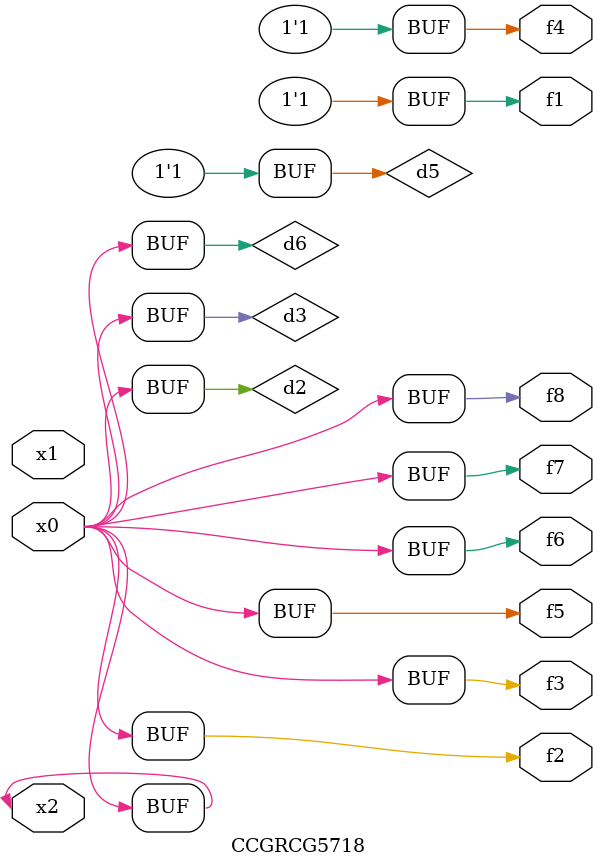
<source format=v>
module CCGRCG5718(
	input x0, x1, x2,
	output f1, f2, f3, f4, f5, f6, f7, f8
);

	wire d1, d2, d3, d4, d5, d6;

	xnor (d1, x2);
	buf (d2, x0, x2);
	and (d3, x0);
	xnor (d4, x1, x2);
	nand (d5, d1, d3);
	buf (d6, d2, d3);
	assign f1 = d5;
	assign f2 = d6;
	assign f3 = d6;
	assign f4 = d5;
	assign f5 = d6;
	assign f6 = d6;
	assign f7 = d6;
	assign f8 = d6;
endmodule

</source>
